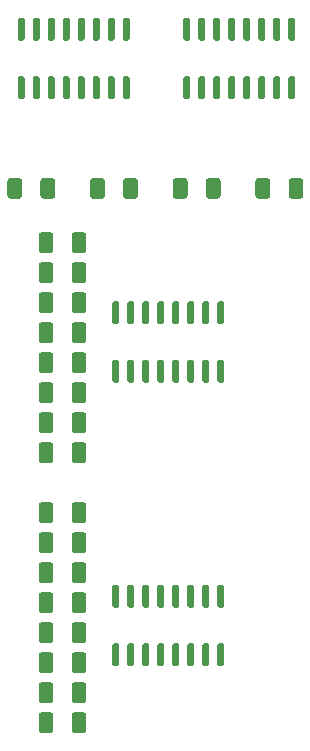
<source format=gbr>
%TF.GenerationSoftware,KiCad,Pcbnew,(5.1.6)-1*%
%TF.CreationDate,2021-02-15T17:49:45+00:00*%
%TF.ProjectId,p3module,70336d6f-6475-46c6-952e-6b696361645f,rev?*%
%TF.SameCoordinates,Original*%
%TF.FileFunction,Paste,Bot*%
%TF.FilePolarity,Positive*%
%FSLAX46Y46*%
G04 Gerber Fmt 4.6, Leading zero omitted, Abs format (unit mm)*
G04 Created by KiCad (PCBNEW (5.1.6)-1) date 2021-02-15 17:49:45*
%MOMM*%
%LPD*%
G01*
G04 APERTURE LIST*
G04 APERTURE END LIST*
%TO.C,U4*%
G36*
G01*
X52405000Y-87500000D02*
X52705000Y-87500000D01*
G75*
G02*
X52855000Y-87650000I0J-150000D01*
G01*
X52855000Y-89300000D01*
G75*
G02*
X52705000Y-89450000I-150000J0D01*
G01*
X52405000Y-89450000D01*
G75*
G02*
X52255000Y-89300000I0J150000D01*
G01*
X52255000Y-87650000D01*
G75*
G02*
X52405000Y-87500000I150000J0D01*
G01*
G37*
G36*
G01*
X53675000Y-87500000D02*
X53975000Y-87500000D01*
G75*
G02*
X54125000Y-87650000I0J-150000D01*
G01*
X54125000Y-89300000D01*
G75*
G02*
X53975000Y-89450000I-150000J0D01*
G01*
X53675000Y-89450000D01*
G75*
G02*
X53525000Y-89300000I0J150000D01*
G01*
X53525000Y-87650000D01*
G75*
G02*
X53675000Y-87500000I150000J0D01*
G01*
G37*
G36*
G01*
X54945000Y-87500000D02*
X55245000Y-87500000D01*
G75*
G02*
X55395000Y-87650000I0J-150000D01*
G01*
X55395000Y-89300000D01*
G75*
G02*
X55245000Y-89450000I-150000J0D01*
G01*
X54945000Y-89450000D01*
G75*
G02*
X54795000Y-89300000I0J150000D01*
G01*
X54795000Y-87650000D01*
G75*
G02*
X54945000Y-87500000I150000J0D01*
G01*
G37*
G36*
G01*
X56215000Y-87500000D02*
X56515000Y-87500000D01*
G75*
G02*
X56665000Y-87650000I0J-150000D01*
G01*
X56665000Y-89300000D01*
G75*
G02*
X56515000Y-89450000I-150000J0D01*
G01*
X56215000Y-89450000D01*
G75*
G02*
X56065000Y-89300000I0J150000D01*
G01*
X56065000Y-87650000D01*
G75*
G02*
X56215000Y-87500000I150000J0D01*
G01*
G37*
G36*
G01*
X57485000Y-87500000D02*
X57785000Y-87500000D01*
G75*
G02*
X57935000Y-87650000I0J-150000D01*
G01*
X57935000Y-89300000D01*
G75*
G02*
X57785000Y-89450000I-150000J0D01*
G01*
X57485000Y-89450000D01*
G75*
G02*
X57335000Y-89300000I0J150000D01*
G01*
X57335000Y-87650000D01*
G75*
G02*
X57485000Y-87500000I150000J0D01*
G01*
G37*
G36*
G01*
X58755000Y-87500000D02*
X59055000Y-87500000D01*
G75*
G02*
X59205000Y-87650000I0J-150000D01*
G01*
X59205000Y-89300000D01*
G75*
G02*
X59055000Y-89450000I-150000J0D01*
G01*
X58755000Y-89450000D01*
G75*
G02*
X58605000Y-89300000I0J150000D01*
G01*
X58605000Y-87650000D01*
G75*
G02*
X58755000Y-87500000I150000J0D01*
G01*
G37*
G36*
G01*
X60025000Y-87500000D02*
X60325000Y-87500000D01*
G75*
G02*
X60475000Y-87650000I0J-150000D01*
G01*
X60475000Y-89300000D01*
G75*
G02*
X60325000Y-89450000I-150000J0D01*
G01*
X60025000Y-89450000D01*
G75*
G02*
X59875000Y-89300000I0J150000D01*
G01*
X59875000Y-87650000D01*
G75*
G02*
X60025000Y-87500000I150000J0D01*
G01*
G37*
G36*
G01*
X61295000Y-87500000D02*
X61595000Y-87500000D01*
G75*
G02*
X61745000Y-87650000I0J-150000D01*
G01*
X61745000Y-89300000D01*
G75*
G02*
X61595000Y-89450000I-150000J0D01*
G01*
X61295000Y-89450000D01*
G75*
G02*
X61145000Y-89300000I0J150000D01*
G01*
X61145000Y-87650000D01*
G75*
G02*
X61295000Y-87500000I150000J0D01*
G01*
G37*
G36*
G01*
X61295000Y-82550000D02*
X61595000Y-82550000D01*
G75*
G02*
X61745000Y-82700000I0J-150000D01*
G01*
X61745000Y-84350000D01*
G75*
G02*
X61595000Y-84500000I-150000J0D01*
G01*
X61295000Y-84500000D01*
G75*
G02*
X61145000Y-84350000I0J150000D01*
G01*
X61145000Y-82700000D01*
G75*
G02*
X61295000Y-82550000I150000J0D01*
G01*
G37*
G36*
G01*
X60025000Y-82550000D02*
X60325000Y-82550000D01*
G75*
G02*
X60475000Y-82700000I0J-150000D01*
G01*
X60475000Y-84350000D01*
G75*
G02*
X60325000Y-84500000I-150000J0D01*
G01*
X60025000Y-84500000D01*
G75*
G02*
X59875000Y-84350000I0J150000D01*
G01*
X59875000Y-82700000D01*
G75*
G02*
X60025000Y-82550000I150000J0D01*
G01*
G37*
G36*
G01*
X58755000Y-82550000D02*
X59055000Y-82550000D01*
G75*
G02*
X59205000Y-82700000I0J-150000D01*
G01*
X59205000Y-84350000D01*
G75*
G02*
X59055000Y-84500000I-150000J0D01*
G01*
X58755000Y-84500000D01*
G75*
G02*
X58605000Y-84350000I0J150000D01*
G01*
X58605000Y-82700000D01*
G75*
G02*
X58755000Y-82550000I150000J0D01*
G01*
G37*
G36*
G01*
X57485000Y-82550000D02*
X57785000Y-82550000D01*
G75*
G02*
X57935000Y-82700000I0J-150000D01*
G01*
X57935000Y-84350000D01*
G75*
G02*
X57785000Y-84500000I-150000J0D01*
G01*
X57485000Y-84500000D01*
G75*
G02*
X57335000Y-84350000I0J150000D01*
G01*
X57335000Y-82700000D01*
G75*
G02*
X57485000Y-82550000I150000J0D01*
G01*
G37*
G36*
G01*
X56215000Y-82550000D02*
X56515000Y-82550000D01*
G75*
G02*
X56665000Y-82700000I0J-150000D01*
G01*
X56665000Y-84350000D01*
G75*
G02*
X56515000Y-84500000I-150000J0D01*
G01*
X56215000Y-84500000D01*
G75*
G02*
X56065000Y-84350000I0J150000D01*
G01*
X56065000Y-82700000D01*
G75*
G02*
X56215000Y-82550000I150000J0D01*
G01*
G37*
G36*
G01*
X54945000Y-82550000D02*
X55245000Y-82550000D01*
G75*
G02*
X55395000Y-82700000I0J-150000D01*
G01*
X55395000Y-84350000D01*
G75*
G02*
X55245000Y-84500000I-150000J0D01*
G01*
X54945000Y-84500000D01*
G75*
G02*
X54795000Y-84350000I0J150000D01*
G01*
X54795000Y-82700000D01*
G75*
G02*
X54945000Y-82550000I150000J0D01*
G01*
G37*
G36*
G01*
X53675000Y-82550000D02*
X53975000Y-82550000D01*
G75*
G02*
X54125000Y-82700000I0J-150000D01*
G01*
X54125000Y-84350000D01*
G75*
G02*
X53975000Y-84500000I-150000J0D01*
G01*
X53675000Y-84500000D01*
G75*
G02*
X53525000Y-84350000I0J150000D01*
G01*
X53525000Y-82700000D01*
G75*
G02*
X53675000Y-82550000I150000J0D01*
G01*
G37*
G36*
G01*
X52405000Y-82550000D02*
X52705000Y-82550000D01*
G75*
G02*
X52855000Y-82700000I0J-150000D01*
G01*
X52855000Y-84350000D01*
G75*
G02*
X52705000Y-84500000I-150000J0D01*
G01*
X52405000Y-84500000D01*
G75*
G02*
X52255000Y-84350000I0J150000D01*
G01*
X52255000Y-82700000D01*
G75*
G02*
X52405000Y-82550000I150000J0D01*
G01*
G37*
%TD*%
%TO.C,U3*%
G36*
G01*
X38405000Y-87500000D02*
X38705000Y-87500000D01*
G75*
G02*
X38855000Y-87650000I0J-150000D01*
G01*
X38855000Y-89300000D01*
G75*
G02*
X38705000Y-89450000I-150000J0D01*
G01*
X38405000Y-89450000D01*
G75*
G02*
X38255000Y-89300000I0J150000D01*
G01*
X38255000Y-87650000D01*
G75*
G02*
X38405000Y-87500000I150000J0D01*
G01*
G37*
G36*
G01*
X39675000Y-87500000D02*
X39975000Y-87500000D01*
G75*
G02*
X40125000Y-87650000I0J-150000D01*
G01*
X40125000Y-89300000D01*
G75*
G02*
X39975000Y-89450000I-150000J0D01*
G01*
X39675000Y-89450000D01*
G75*
G02*
X39525000Y-89300000I0J150000D01*
G01*
X39525000Y-87650000D01*
G75*
G02*
X39675000Y-87500000I150000J0D01*
G01*
G37*
G36*
G01*
X40945000Y-87500000D02*
X41245000Y-87500000D01*
G75*
G02*
X41395000Y-87650000I0J-150000D01*
G01*
X41395000Y-89300000D01*
G75*
G02*
X41245000Y-89450000I-150000J0D01*
G01*
X40945000Y-89450000D01*
G75*
G02*
X40795000Y-89300000I0J150000D01*
G01*
X40795000Y-87650000D01*
G75*
G02*
X40945000Y-87500000I150000J0D01*
G01*
G37*
G36*
G01*
X42215000Y-87500000D02*
X42515000Y-87500000D01*
G75*
G02*
X42665000Y-87650000I0J-150000D01*
G01*
X42665000Y-89300000D01*
G75*
G02*
X42515000Y-89450000I-150000J0D01*
G01*
X42215000Y-89450000D01*
G75*
G02*
X42065000Y-89300000I0J150000D01*
G01*
X42065000Y-87650000D01*
G75*
G02*
X42215000Y-87500000I150000J0D01*
G01*
G37*
G36*
G01*
X43485000Y-87500000D02*
X43785000Y-87500000D01*
G75*
G02*
X43935000Y-87650000I0J-150000D01*
G01*
X43935000Y-89300000D01*
G75*
G02*
X43785000Y-89450000I-150000J0D01*
G01*
X43485000Y-89450000D01*
G75*
G02*
X43335000Y-89300000I0J150000D01*
G01*
X43335000Y-87650000D01*
G75*
G02*
X43485000Y-87500000I150000J0D01*
G01*
G37*
G36*
G01*
X44755000Y-87500000D02*
X45055000Y-87500000D01*
G75*
G02*
X45205000Y-87650000I0J-150000D01*
G01*
X45205000Y-89300000D01*
G75*
G02*
X45055000Y-89450000I-150000J0D01*
G01*
X44755000Y-89450000D01*
G75*
G02*
X44605000Y-89300000I0J150000D01*
G01*
X44605000Y-87650000D01*
G75*
G02*
X44755000Y-87500000I150000J0D01*
G01*
G37*
G36*
G01*
X46025000Y-87500000D02*
X46325000Y-87500000D01*
G75*
G02*
X46475000Y-87650000I0J-150000D01*
G01*
X46475000Y-89300000D01*
G75*
G02*
X46325000Y-89450000I-150000J0D01*
G01*
X46025000Y-89450000D01*
G75*
G02*
X45875000Y-89300000I0J150000D01*
G01*
X45875000Y-87650000D01*
G75*
G02*
X46025000Y-87500000I150000J0D01*
G01*
G37*
G36*
G01*
X47295000Y-87500000D02*
X47595000Y-87500000D01*
G75*
G02*
X47745000Y-87650000I0J-150000D01*
G01*
X47745000Y-89300000D01*
G75*
G02*
X47595000Y-89450000I-150000J0D01*
G01*
X47295000Y-89450000D01*
G75*
G02*
X47145000Y-89300000I0J150000D01*
G01*
X47145000Y-87650000D01*
G75*
G02*
X47295000Y-87500000I150000J0D01*
G01*
G37*
G36*
G01*
X47295000Y-82550000D02*
X47595000Y-82550000D01*
G75*
G02*
X47745000Y-82700000I0J-150000D01*
G01*
X47745000Y-84350000D01*
G75*
G02*
X47595000Y-84500000I-150000J0D01*
G01*
X47295000Y-84500000D01*
G75*
G02*
X47145000Y-84350000I0J150000D01*
G01*
X47145000Y-82700000D01*
G75*
G02*
X47295000Y-82550000I150000J0D01*
G01*
G37*
G36*
G01*
X46025000Y-82550000D02*
X46325000Y-82550000D01*
G75*
G02*
X46475000Y-82700000I0J-150000D01*
G01*
X46475000Y-84350000D01*
G75*
G02*
X46325000Y-84500000I-150000J0D01*
G01*
X46025000Y-84500000D01*
G75*
G02*
X45875000Y-84350000I0J150000D01*
G01*
X45875000Y-82700000D01*
G75*
G02*
X46025000Y-82550000I150000J0D01*
G01*
G37*
G36*
G01*
X44755000Y-82550000D02*
X45055000Y-82550000D01*
G75*
G02*
X45205000Y-82700000I0J-150000D01*
G01*
X45205000Y-84350000D01*
G75*
G02*
X45055000Y-84500000I-150000J0D01*
G01*
X44755000Y-84500000D01*
G75*
G02*
X44605000Y-84350000I0J150000D01*
G01*
X44605000Y-82700000D01*
G75*
G02*
X44755000Y-82550000I150000J0D01*
G01*
G37*
G36*
G01*
X43485000Y-82550000D02*
X43785000Y-82550000D01*
G75*
G02*
X43935000Y-82700000I0J-150000D01*
G01*
X43935000Y-84350000D01*
G75*
G02*
X43785000Y-84500000I-150000J0D01*
G01*
X43485000Y-84500000D01*
G75*
G02*
X43335000Y-84350000I0J150000D01*
G01*
X43335000Y-82700000D01*
G75*
G02*
X43485000Y-82550000I150000J0D01*
G01*
G37*
G36*
G01*
X42215000Y-82550000D02*
X42515000Y-82550000D01*
G75*
G02*
X42665000Y-82700000I0J-150000D01*
G01*
X42665000Y-84350000D01*
G75*
G02*
X42515000Y-84500000I-150000J0D01*
G01*
X42215000Y-84500000D01*
G75*
G02*
X42065000Y-84350000I0J150000D01*
G01*
X42065000Y-82700000D01*
G75*
G02*
X42215000Y-82550000I150000J0D01*
G01*
G37*
G36*
G01*
X40945000Y-82550000D02*
X41245000Y-82550000D01*
G75*
G02*
X41395000Y-82700000I0J-150000D01*
G01*
X41395000Y-84350000D01*
G75*
G02*
X41245000Y-84500000I-150000J0D01*
G01*
X40945000Y-84500000D01*
G75*
G02*
X40795000Y-84350000I0J150000D01*
G01*
X40795000Y-82700000D01*
G75*
G02*
X40945000Y-82550000I150000J0D01*
G01*
G37*
G36*
G01*
X39675000Y-82550000D02*
X39975000Y-82550000D01*
G75*
G02*
X40125000Y-82700000I0J-150000D01*
G01*
X40125000Y-84350000D01*
G75*
G02*
X39975000Y-84500000I-150000J0D01*
G01*
X39675000Y-84500000D01*
G75*
G02*
X39525000Y-84350000I0J150000D01*
G01*
X39525000Y-82700000D01*
G75*
G02*
X39675000Y-82550000I150000J0D01*
G01*
G37*
G36*
G01*
X38405000Y-82550000D02*
X38705000Y-82550000D01*
G75*
G02*
X38855000Y-82700000I0J-150000D01*
G01*
X38855000Y-84350000D01*
G75*
G02*
X38705000Y-84500000I-150000J0D01*
G01*
X38405000Y-84500000D01*
G75*
G02*
X38255000Y-84350000I0J150000D01*
G01*
X38255000Y-82700000D01*
G75*
G02*
X38405000Y-82550000I150000J0D01*
G01*
G37*
%TD*%
%TO.C,U2*%
G36*
G01*
X55595000Y-108500000D02*
X55295000Y-108500000D01*
G75*
G02*
X55145000Y-108350000I0J150000D01*
G01*
X55145000Y-106700000D01*
G75*
G02*
X55295000Y-106550000I150000J0D01*
G01*
X55595000Y-106550000D01*
G75*
G02*
X55745000Y-106700000I0J-150000D01*
G01*
X55745000Y-108350000D01*
G75*
G02*
X55595000Y-108500000I-150000J0D01*
G01*
G37*
G36*
G01*
X54325000Y-108500000D02*
X54025000Y-108500000D01*
G75*
G02*
X53875000Y-108350000I0J150000D01*
G01*
X53875000Y-106700000D01*
G75*
G02*
X54025000Y-106550000I150000J0D01*
G01*
X54325000Y-106550000D01*
G75*
G02*
X54475000Y-106700000I0J-150000D01*
G01*
X54475000Y-108350000D01*
G75*
G02*
X54325000Y-108500000I-150000J0D01*
G01*
G37*
G36*
G01*
X53055000Y-108500000D02*
X52755000Y-108500000D01*
G75*
G02*
X52605000Y-108350000I0J150000D01*
G01*
X52605000Y-106700000D01*
G75*
G02*
X52755000Y-106550000I150000J0D01*
G01*
X53055000Y-106550000D01*
G75*
G02*
X53205000Y-106700000I0J-150000D01*
G01*
X53205000Y-108350000D01*
G75*
G02*
X53055000Y-108500000I-150000J0D01*
G01*
G37*
G36*
G01*
X51785000Y-108500000D02*
X51485000Y-108500000D01*
G75*
G02*
X51335000Y-108350000I0J150000D01*
G01*
X51335000Y-106700000D01*
G75*
G02*
X51485000Y-106550000I150000J0D01*
G01*
X51785000Y-106550000D01*
G75*
G02*
X51935000Y-106700000I0J-150000D01*
G01*
X51935000Y-108350000D01*
G75*
G02*
X51785000Y-108500000I-150000J0D01*
G01*
G37*
G36*
G01*
X50515000Y-108500000D02*
X50215000Y-108500000D01*
G75*
G02*
X50065000Y-108350000I0J150000D01*
G01*
X50065000Y-106700000D01*
G75*
G02*
X50215000Y-106550000I150000J0D01*
G01*
X50515000Y-106550000D01*
G75*
G02*
X50665000Y-106700000I0J-150000D01*
G01*
X50665000Y-108350000D01*
G75*
G02*
X50515000Y-108500000I-150000J0D01*
G01*
G37*
G36*
G01*
X49245000Y-108500000D02*
X48945000Y-108500000D01*
G75*
G02*
X48795000Y-108350000I0J150000D01*
G01*
X48795000Y-106700000D01*
G75*
G02*
X48945000Y-106550000I150000J0D01*
G01*
X49245000Y-106550000D01*
G75*
G02*
X49395000Y-106700000I0J-150000D01*
G01*
X49395000Y-108350000D01*
G75*
G02*
X49245000Y-108500000I-150000J0D01*
G01*
G37*
G36*
G01*
X47975000Y-108500000D02*
X47675000Y-108500000D01*
G75*
G02*
X47525000Y-108350000I0J150000D01*
G01*
X47525000Y-106700000D01*
G75*
G02*
X47675000Y-106550000I150000J0D01*
G01*
X47975000Y-106550000D01*
G75*
G02*
X48125000Y-106700000I0J-150000D01*
G01*
X48125000Y-108350000D01*
G75*
G02*
X47975000Y-108500000I-150000J0D01*
G01*
G37*
G36*
G01*
X46705000Y-108500000D02*
X46405000Y-108500000D01*
G75*
G02*
X46255000Y-108350000I0J150000D01*
G01*
X46255000Y-106700000D01*
G75*
G02*
X46405000Y-106550000I150000J0D01*
G01*
X46705000Y-106550000D01*
G75*
G02*
X46855000Y-106700000I0J-150000D01*
G01*
X46855000Y-108350000D01*
G75*
G02*
X46705000Y-108500000I-150000J0D01*
G01*
G37*
G36*
G01*
X46705000Y-113450000D02*
X46405000Y-113450000D01*
G75*
G02*
X46255000Y-113300000I0J150000D01*
G01*
X46255000Y-111650000D01*
G75*
G02*
X46405000Y-111500000I150000J0D01*
G01*
X46705000Y-111500000D01*
G75*
G02*
X46855000Y-111650000I0J-150000D01*
G01*
X46855000Y-113300000D01*
G75*
G02*
X46705000Y-113450000I-150000J0D01*
G01*
G37*
G36*
G01*
X47975000Y-113450000D02*
X47675000Y-113450000D01*
G75*
G02*
X47525000Y-113300000I0J150000D01*
G01*
X47525000Y-111650000D01*
G75*
G02*
X47675000Y-111500000I150000J0D01*
G01*
X47975000Y-111500000D01*
G75*
G02*
X48125000Y-111650000I0J-150000D01*
G01*
X48125000Y-113300000D01*
G75*
G02*
X47975000Y-113450000I-150000J0D01*
G01*
G37*
G36*
G01*
X49245000Y-113450000D02*
X48945000Y-113450000D01*
G75*
G02*
X48795000Y-113300000I0J150000D01*
G01*
X48795000Y-111650000D01*
G75*
G02*
X48945000Y-111500000I150000J0D01*
G01*
X49245000Y-111500000D01*
G75*
G02*
X49395000Y-111650000I0J-150000D01*
G01*
X49395000Y-113300000D01*
G75*
G02*
X49245000Y-113450000I-150000J0D01*
G01*
G37*
G36*
G01*
X50515000Y-113450000D02*
X50215000Y-113450000D01*
G75*
G02*
X50065000Y-113300000I0J150000D01*
G01*
X50065000Y-111650000D01*
G75*
G02*
X50215000Y-111500000I150000J0D01*
G01*
X50515000Y-111500000D01*
G75*
G02*
X50665000Y-111650000I0J-150000D01*
G01*
X50665000Y-113300000D01*
G75*
G02*
X50515000Y-113450000I-150000J0D01*
G01*
G37*
G36*
G01*
X51785000Y-113450000D02*
X51485000Y-113450000D01*
G75*
G02*
X51335000Y-113300000I0J150000D01*
G01*
X51335000Y-111650000D01*
G75*
G02*
X51485000Y-111500000I150000J0D01*
G01*
X51785000Y-111500000D01*
G75*
G02*
X51935000Y-111650000I0J-150000D01*
G01*
X51935000Y-113300000D01*
G75*
G02*
X51785000Y-113450000I-150000J0D01*
G01*
G37*
G36*
G01*
X53055000Y-113450000D02*
X52755000Y-113450000D01*
G75*
G02*
X52605000Y-113300000I0J150000D01*
G01*
X52605000Y-111650000D01*
G75*
G02*
X52755000Y-111500000I150000J0D01*
G01*
X53055000Y-111500000D01*
G75*
G02*
X53205000Y-111650000I0J-150000D01*
G01*
X53205000Y-113300000D01*
G75*
G02*
X53055000Y-113450000I-150000J0D01*
G01*
G37*
G36*
G01*
X54325000Y-113450000D02*
X54025000Y-113450000D01*
G75*
G02*
X53875000Y-113300000I0J150000D01*
G01*
X53875000Y-111650000D01*
G75*
G02*
X54025000Y-111500000I150000J0D01*
G01*
X54325000Y-111500000D01*
G75*
G02*
X54475000Y-111650000I0J-150000D01*
G01*
X54475000Y-113300000D01*
G75*
G02*
X54325000Y-113450000I-150000J0D01*
G01*
G37*
G36*
G01*
X55595000Y-113450000D02*
X55295000Y-113450000D01*
G75*
G02*
X55145000Y-113300000I0J150000D01*
G01*
X55145000Y-111650000D01*
G75*
G02*
X55295000Y-111500000I150000J0D01*
G01*
X55595000Y-111500000D01*
G75*
G02*
X55745000Y-111650000I0J-150000D01*
G01*
X55745000Y-113300000D01*
G75*
G02*
X55595000Y-113450000I-150000J0D01*
G01*
G37*
%TD*%
%TO.C,U1*%
G36*
G01*
X55595000Y-132500000D02*
X55295000Y-132500000D01*
G75*
G02*
X55145000Y-132350000I0J150000D01*
G01*
X55145000Y-130700000D01*
G75*
G02*
X55295000Y-130550000I150000J0D01*
G01*
X55595000Y-130550000D01*
G75*
G02*
X55745000Y-130700000I0J-150000D01*
G01*
X55745000Y-132350000D01*
G75*
G02*
X55595000Y-132500000I-150000J0D01*
G01*
G37*
G36*
G01*
X54325000Y-132500000D02*
X54025000Y-132500000D01*
G75*
G02*
X53875000Y-132350000I0J150000D01*
G01*
X53875000Y-130700000D01*
G75*
G02*
X54025000Y-130550000I150000J0D01*
G01*
X54325000Y-130550000D01*
G75*
G02*
X54475000Y-130700000I0J-150000D01*
G01*
X54475000Y-132350000D01*
G75*
G02*
X54325000Y-132500000I-150000J0D01*
G01*
G37*
G36*
G01*
X53055000Y-132500000D02*
X52755000Y-132500000D01*
G75*
G02*
X52605000Y-132350000I0J150000D01*
G01*
X52605000Y-130700000D01*
G75*
G02*
X52755000Y-130550000I150000J0D01*
G01*
X53055000Y-130550000D01*
G75*
G02*
X53205000Y-130700000I0J-150000D01*
G01*
X53205000Y-132350000D01*
G75*
G02*
X53055000Y-132500000I-150000J0D01*
G01*
G37*
G36*
G01*
X51785000Y-132500000D02*
X51485000Y-132500000D01*
G75*
G02*
X51335000Y-132350000I0J150000D01*
G01*
X51335000Y-130700000D01*
G75*
G02*
X51485000Y-130550000I150000J0D01*
G01*
X51785000Y-130550000D01*
G75*
G02*
X51935000Y-130700000I0J-150000D01*
G01*
X51935000Y-132350000D01*
G75*
G02*
X51785000Y-132500000I-150000J0D01*
G01*
G37*
G36*
G01*
X50515000Y-132500000D02*
X50215000Y-132500000D01*
G75*
G02*
X50065000Y-132350000I0J150000D01*
G01*
X50065000Y-130700000D01*
G75*
G02*
X50215000Y-130550000I150000J0D01*
G01*
X50515000Y-130550000D01*
G75*
G02*
X50665000Y-130700000I0J-150000D01*
G01*
X50665000Y-132350000D01*
G75*
G02*
X50515000Y-132500000I-150000J0D01*
G01*
G37*
G36*
G01*
X49245000Y-132500000D02*
X48945000Y-132500000D01*
G75*
G02*
X48795000Y-132350000I0J150000D01*
G01*
X48795000Y-130700000D01*
G75*
G02*
X48945000Y-130550000I150000J0D01*
G01*
X49245000Y-130550000D01*
G75*
G02*
X49395000Y-130700000I0J-150000D01*
G01*
X49395000Y-132350000D01*
G75*
G02*
X49245000Y-132500000I-150000J0D01*
G01*
G37*
G36*
G01*
X47975000Y-132500000D02*
X47675000Y-132500000D01*
G75*
G02*
X47525000Y-132350000I0J150000D01*
G01*
X47525000Y-130700000D01*
G75*
G02*
X47675000Y-130550000I150000J0D01*
G01*
X47975000Y-130550000D01*
G75*
G02*
X48125000Y-130700000I0J-150000D01*
G01*
X48125000Y-132350000D01*
G75*
G02*
X47975000Y-132500000I-150000J0D01*
G01*
G37*
G36*
G01*
X46705000Y-132500000D02*
X46405000Y-132500000D01*
G75*
G02*
X46255000Y-132350000I0J150000D01*
G01*
X46255000Y-130700000D01*
G75*
G02*
X46405000Y-130550000I150000J0D01*
G01*
X46705000Y-130550000D01*
G75*
G02*
X46855000Y-130700000I0J-150000D01*
G01*
X46855000Y-132350000D01*
G75*
G02*
X46705000Y-132500000I-150000J0D01*
G01*
G37*
G36*
G01*
X46705000Y-137450000D02*
X46405000Y-137450000D01*
G75*
G02*
X46255000Y-137300000I0J150000D01*
G01*
X46255000Y-135650000D01*
G75*
G02*
X46405000Y-135500000I150000J0D01*
G01*
X46705000Y-135500000D01*
G75*
G02*
X46855000Y-135650000I0J-150000D01*
G01*
X46855000Y-137300000D01*
G75*
G02*
X46705000Y-137450000I-150000J0D01*
G01*
G37*
G36*
G01*
X47975000Y-137450000D02*
X47675000Y-137450000D01*
G75*
G02*
X47525000Y-137300000I0J150000D01*
G01*
X47525000Y-135650000D01*
G75*
G02*
X47675000Y-135500000I150000J0D01*
G01*
X47975000Y-135500000D01*
G75*
G02*
X48125000Y-135650000I0J-150000D01*
G01*
X48125000Y-137300000D01*
G75*
G02*
X47975000Y-137450000I-150000J0D01*
G01*
G37*
G36*
G01*
X49245000Y-137450000D02*
X48945000Y-137450000D01*
G75*
G02*
X48795000Y-137300000I0J150000D01*
G01*
X48795000Y-135650000D01*
G75*
G02*
X48945000Y-135500000I150000J0D01*
G01*
X49245000Y-135500000D01*
G75*
G02*
X49395000Y-135650000I0J-150000D01*
G01*
X49395000Y-137300000D01*
G75*
G02*
X49245000Y-137450000I-150000J0D01*
G01*
G37*
G36*
G01*
X50515000Y-137450000D02*
X50215000Y-137450000D01*
G75*
G02*
X50065000Y-137300000I0J150000D01*
G01*
X50065000Y-135650000D01*
G75*
G02*
X50215000Y-135500000I150000J0D01*
G01*
X50515000Y-135500000D01*
G75*
G02*
X50665000Y-135650000I0J-150000D01*
G01*
X50665000Y-137300000D01*
G75*
G02*
X50515000Y-137450000I-150000J0D01*
G01*
G37*
G36*
G01*
X51785000Y-137450000D02*
X51485000Y-137450000D01*
G75*
G02*
X51335000Y-137300000I0J150000D01*
G01*
X51335000Y-135650000D01*
G75*
G02*
X51485000Y-135500000I150000J0D01*
G01*
X51785000Y-135500000D01*
G75*
G02*
X51935000Y-135650000I0J-150000D01*
G01*
X51935000Y-137300000D01*
G75*
G02*
X51785000Y-137450000I-150000J0D01*
G01*
G37*
G36*
G01*
X53055000Y-137450000D02*
X52755000Y-137450000D01*
G75*
G02*
X52605000Y-137300000I0J150000D01*
G01*
X52605000Y-135650000D01*
G75*
G02*
X52755000Y-135500000I150000J0D01*
G01*
X53055000Y-135500000D01*
G75*
G02*
X53205000Y-135650000I0J-150000D01*
G01*
X53205000Y-137300000D01*
G75*
G02*
X53055000Y-137450000I-150000J0D01*
G01*
G37*
G36*
G01*
X54325000Y-137450000D02*
X54025000Y-137450000D01*
G75*
G02*
X53875000Y-137300000I0J150000D01*
G01*
X53875000Y-135650000D01*
G75*
G02*
X54025000Y-135500000I150000J0D01*
G01*
X54325000Y-135500000D01*
G75*
G02*
X54475000Y-135650000I0J-150000D01*
G01*
X54475000Y-137300000D01*
G75*
G02*
X54325000Y-137450000I-150000J0D01*
G01*
G37*
G36*
G01*
X55595000Y-137450000D02*
X55295000Y-137450000D01*
G75*
G02*
X55145000Y-137300000I0J150000D01*
G01*
X55145000Y-135650000D01*
G75*
G02*
X55295000Y-135500000I150000J0D01*
G01*
X55595000Y-135500000D01*
G75*
G02*
X55745000Y-135650000I0J-150000D01*
G01*
X55745000Y-137300000D01*
G75*
G02*
X55595000Y-137450000I-150000J0D01*
G01*
G37*
%TD*%
%TO.C,R20*%
G36*
G01*
X59625000Y-96375000D02*
X59625000Y-97625000D01*
G75*
G02*
X59375000Y-97875000I-250000J0D01*
G01*
X58625000Y-97875000D01*
G75*
G02*
X58375000Y-97625000I0J250000D01*
G01*
X58375000Y-96375000D01*
G75*
G02*
X58625000Y-96125000I250000J0D01*
G01*
X59375000Y-96125000D01*
G75*
G02*
X59625000Y-96375000I0J-250000D01*
G01*
G37*
G36*
G01*
X62425000Y-96375000D02*
X62425000Y-97625000D01*
G75*
G02*
X62175000Y-97875000I-250000J0D01*
G01*
X61425000Y-97875000D01*
G75*
G02*
X61175000Y-97625000I0J250000D01*
G01*
X61175000Y-96375000D01*
G75*
G02*
X61425000Y-96125000I250000J0D01*
G01*
X62175000Y-96125000D01*
G75*
G02*
X62425000Y-96375000I0J-250000D01*
G01*
G37*
%TD*%
%TO.C,R19*%
G36*
G01*
X52625000Y-96375000D02*
X52625000Y-97625000D01*
G75*
G02*
X52375000Y-97875000I-250000J0D01*
G01*
X51625000Y-97875000D01*
G75*
G02*
X51375000Y-97625000I0J250000D01*
G01*
X51375000Y-96375000D01*
G75*
G02*
X51625000Y-96125000I250000J0D01*
G01*
X52375000Y-96125000D01*
G75*
G02*
X52625000Y-96375000I0J-250000D01*
G01*
G37*
G36*
G01*
X55425000Y-96375000D02*
X55425000Y-97625000D01*
G75*
G02*
X55175000Y-97875000I-250000J0D01*
G01*
X54425000Y-97875000D01*
G75*
G02*
X54175000Y-97625000I0J250000D01*
G01*
X54175000Y-96375000D01*
G75*
G02*
X54425000Y-96125000I250000J0D01*
G01*
X55175000Y-96125000D01*
G75*
G02*
X55425000Y-96375000I0J-250000D01*
G01*
G37*
%TD*%
%TO.C,R18*%
G36*
G01*
X45625000Y-96375000D02*
X45625000Y-97625000D01*
G75*
G02*
X45375000Y-97875000I-250000J0D01*
G01*
X44625000Y-97875000D01*
G75*
G02*
X44375000Y-97625000I0J250000D01*
G01*
X44375000Y-96375000D01*
G75*
G02*
X44625000Y-96125000I250000J0D01*
G01*
X45375000Y-96125000D01*
G75*
G02*
X45625000Y-96375000I0J-250000D01*
G01*
G37*
G36*
G01*
X48425000Y-96375000D02*
X48425000Y-97625000D01*
G75*
G02*
X48175000Y-97875000I-250000J0D01*
G01*
X47425000Y-97875000D01*
G75*
G02*
X47175000Y-97625000I0J250000D01*
G01*
X47175000Y-96375000D01*
G75*
G02*
X47425000Y-96125000I250000J0D01*
G01*
X48175000Y-96125000D01*
G75*
G02*
X48425000Y-96375000I0J-250000D01*
G01*
G37*
%TD*%
%TO.C,R17*%
G36*
G01*
X38625000Y-96375000D02*
X38625000Y-97625000D01*
G75*
G02*
X38375000Y-97875000I-250000J0D01*
G01*
X37625000Y-97875000D01*
G75*
G02*
X37375000Y-97625000I0J250000D01*
G01*
X37375000Y-96375000D01*
G75*
G02*
X37625000Y-96125000I250000J0D01*
G01*
X38375000Y-96125000D01*
G75*
G02*
X38625000Y-96375000I0J-250000D01*
G01*
G37*
G36*
G01*
X41425000Y-96375000D02*
X41425000Y-97625000D01*
G75*
G02*
X41175000Y-97875000I-250000J0D01*
G01*
X40425000Y-97875000D01*
G75*
G02*
X40175000Y-97625000I0J250000D01*
G01*
X40175000Y-96375000D01*
G75*
G02*
X40425000Y-96125000I250000J0D01*
G01*
X41175000Y-96125000D01*
G75*
G02*
X41425000Y-96375000I0J-250000D01*
G01*
G37*
%TD*%
%TO.C,R16*%
G36*
G01*
X42815000Y-120005000D02*
X42815000Y-118755000D01*
G75*
G02*
X43065000Y-118505000I250000J0D01*
G01*
X43815000Y-118505000D01*
G75*
G02*
X44065000Y-118755000I0J-250000D01*
G01*
X44065000Y-120005000D01*
G75*
G02*
X43815000Y-120255000I-250000J0D01*
G01*
X43065000Y-120255000D01*
G75*
G02*
X42815000Y-120005000I0J250000D01*
G01*
G37*
G36*
G01*
X40015000Y-120005000D02*
X40015000Y-118755000D01*
G75*
G02*
X40265000Y-118505000I250000J0D01*
G01*
X41015000Y-118505000D01*
G75*
G02*
X41265000Y-118755000I0J-250000D01*
G01*
X41265000Y-120005000D01*
G75*
G02*
X41015000Y-120255000I-250000J0D01*
G01*
X40265000Y-120255000D01*
G75*
G02*
X40015000Y-120005000I0J250000D01*
G01*
G37*
%TD*%
%TO.C,R15*%
G36*
G01*
X42815000Y-117465000D02*
X42815000Y-116215000D01*
G75*
G02*
X43065000Y-115965000I250000J0D01*
G01*
X43815000Y-115965000D01*
G75*
G02*
X44065000Y-116215000I0J-250000D01*
G01*
X44065000Y-117465000D01*
G75*
G02*
X43815000Y-117715000I-250000J0D01*
G01*
X43065000Y-117715000D01*
G75*
G02*
X42815000Y-117465000I0J250000D01*
G01*
G37*
G36*
G01*
X40015000Y-117465000D02*
X40015000Y-116215000D01*
G75*
G02*
X40265000Y-115965000I250000J0D01*
G01*
X41015000Y-115965000D01*
G75*
G02*
X41265000Y-116215000I0J-250000D01*
G01*
X41265000Y-117465000D01*
G75*
G02*
X41015000Y-117715000I-250000J0D01*
G01*
X40265000Y-117715000D01*
G75*
G02*
X40015000Y-117465000I0J250000D01*
G01*
G37*
%TD*%
%TO.C,R14*%
G36*
G01*
X42815000Y-114925000D02*
X42815000Y-113675000D01*
G75*
G02*
X43065000Y-113425000I250000J0D01*
G01*
X43815000Y-113425000D01*
G75*
G02*
X44065000Y-113675000I0J-250000D01*
G01*
X44065000Y-114925000D01*
G75*
G02*
X43815000Y-115175000I-250000J0D01*
G01*
X43065000Y-115175000D01*
G75*
G02*
X42815000Y-114925000I0J250000D01*
G01*
G37*
G36*
G01*
X40015000Y-114925000D02*
X40015000Y-113675000D01*
G75*
G02*
X40265000Y-113425000I250000J0D01*
G01*
X41015000Y-113425000D01*
G75*
G02*
X41265000Y-113675000I0J-250000D01*
G01*
X41265000Y-114925000D01*
G75*
G02*
X41015000Y-115175000I-250000J0D01*
G01*
X40265000Y-115175000D01*
G75*
G02*
X40015000Y-114925000I0J250000D01*
G01*
G37*
%TD*%
%TO.C,R13*%
G36*
G01*
X42815000Y-112385000D02*
X42815000Y-111135000D01*
G75*
G02*
X43065000Y-110885000I250000J0D01*
G01*
X43815000Y-110885000D01*
G75*
G02*
X44065000Y-111135000I0J-250000D01*
G01*
X44065000Y-112385000D01*
G75*
G02*
X43815000Y-112635000I-250000J0D01*
G01*
X43065000Y-112635000D01*
G75*
G02*
X42815000Y-112385000I0J250000D01*
G01*
G37*
G36*
G01*
X40015000Y-112385000D02*
X40015000Y-111135000D01*
G75*
G02*
X40265000Y-110885000I250000J0D01*
G01*
X41015000Y-110885000D01*
G75*
G02*
X41265000Y-111135000I0J-250000D01*
G01*
X41265000Y-112385000D01*
G75*
G02*
X41015000Y-112635000I-250000J0D01*
G01*
X40265000Y-112635000D01*
G75*
G02*
X40015000Y-112385000I0J250000D01*
G01*
G37*
%TD*%
%TO.C,R12*%
G36*
G01*
X42815000Y-109845000D02*
X42815000Y-108595000D01*
G75*
G02*
X43065000Y-108345000I250000J0D01*
G01*
X43815000Y-108345000D01*
G75*
G02*
X44065000Y-108595000I0J-250000D01*
G01*
X44065000Y-109845000D01*
G75*
G02*
X43815000Y-110095000I-250000J0D01*
G01*
X43065000Y-110095000D01*
G75*
G02*
X42815000Y-109845000I0J250000D01*
G01*
G37*
G36*
G01*
X40015000Y-109845000D02*
X40015000Y-108595000D01*
G75*
G02*
X40265000Y-108345000I250000J0D01*
G01*
X41015000Y-108345000D01*
G75*
G02*
X41265000Y-108595000I0J-250000D01*
G01*
X41265000Y-109845000D01*
G75*
G02*
X41015000Y-110095000I-250000J0D01*
G01*
X40265000Y-110095000D01*
G75*
G02*
X40015000Y-109845000I0J250000D01*
G01*
G37*
%TD*%
%TO.C,R11*%
G36*
G01*
X42815000Y-107305000D02*
X42815000Y-106055000D01*
G75*
G02*
X43065000Y-105805000I250000J0D01*
G01*
X43815000Y-105805000D01*
G75*
G02*
X44065000Y-106055000I0J-250000D01*
G01*
X44065000Y-107305000D01*
G75*
G02*
X43815000Y-107555000I-250000J0D01*
G01*
X43065000Y-107555000D01*
G75*
G02*
X42815000Y-107305000I0J250000D01*
G01*
G37*
G36*
G01*
X40015000Y-107305000D02*
X40015000Y-106055000D01*
G75*
G02*
X40265000Y-105805000I250000J0D01*
G01*
X41015000Y-105805000D01*
G75*
G02*
X41265000Y-106055000I0J-250000D01*
G01*
X41265000Y-107305000D01*
G75*
G02*
X41015000Y-107555000I-250000J0D01*
G01*
X40265000Y-107555000D01*
G75*
G02*
X40015000Y-107305000I0J250000D01*
G01*
G37*
%TD*%
%TO.C,R10*%
G36*
G01*
X42815000Y-104765000D02*
X42815000Y-103515000D01*
G75*
G02*
X43065000Y-103265000I250000J0D01*
G01*
X43815000Y-103265000D01*
G75*
G02*
X44065000Y-103515000I0J-250000D01*
G01*
X44065000Y-104765000D01*
G75*
G02*
X43815000Y-105015000I-250000J0D01*
G01*
X43065000Y-105015000D01*
G75*
G02*
X42815000Y-104765000I0J250000D01*
G01*
G37*
G36*
G01*
X40015000Y-104765000D02*
X40015000Y-103515000D01*
G75*
G02*
X40265000Y-103265000I250000J0D01*
G01*
X41015000Y-103265000D01*
G75*
G02*
X41265000Y-103515000I0J-250000D01*
G01*
X41265000Y-104765000D01*
G75*
G02*
X41015000Y-105015000I-250000J0D01*
G01*
X40265000Y-105015000D01*
G75*
G02*
X40015000Y-104765000I0J250000D01*
G01*
G37*
%TD*%
%TO.C,R9*%
G36*
G01*
X42815000Y-102225000D02*
X42815000Y-100975000D01*
G75*
G02*
X43065000Y-100725000I250000J0D01*
G01*
X43815000Y-100725000D01*
G75*
G02*
X44065000Y-100975000I0J-250000D01*
G01*
X44065000Y-102225000D01*
G75*
G02*
X43815000Y-102475000I-250000J0D01*
G01*
X43065000Y-102475000D01*
G75*
G02*
X42815000Y-102225000I0J250000D01*
G01*
G37*
G36*
G01*
X40015000Y-102225000D02*
X40015000Y-100975000D01*
G75*
G02*
X40265000Y-100725000I250000J0D01*
G01*
X41015000Y-100725000D01*
G75*
G02*
X41265000Y-100975000I0J-250000D01*
G01*
X41265000Y-102225000D01*
G75*
G02*
X41015000Y-102475000I-250000J0D01*
G01*
X40265000Y-102475000D01*
G75*
G02*
X40015000Y-102225000I0J250000D01*
G01*
G37*
%TD*%
%TO.C,R8*%
G36*
G01*
X42815000Y-142865000D02*
X42815000Y-141615000D01*
G75*
G02*
X43065000Y-141365000I250000J0D01*
G01*
X43815000Y-141365000D01*
G75*
G02*
X44065000Y-141615000I0J-250000D01*
G01*
X44065000Y-142865000D01*
G75*
G02*
X43815000Y-143115000I-250000J0D01*
G01*
X43065000Y-143115000D01*
G75*
G02*
X42815000Y-142865000I0J250000D01*
G01*
G37*
G36*
G01*
X40015000Y-142865000D02*
X40015000Y-141615000D01*
G75*
G02*
X40265000Y-141365000I250000J0D01*
G01*
X41015000Y-141365000D01*
G75*
G02*
X41265000Y-141615000I0J-250000D01*
G01*
X41265000Y-142865000D01*
G75*
G02*
X41015000Y-143115000I-250000J0D01*
G01*
X40265000Y-143115000D01*
G75*
G02*
X40015000Y-142865000I0J250000D01*
G01*
G37*
%TD*%
%TO.C,R7*%
G36*
G01*
X42815000Y-140325000D02*
X42815000Y-139075000D01*
G75*
G02*
X43065000Y-138825000I250000J0D01*
G01*
X43815000Y-138825000D01*
G75*
G02*
X44065000Y-139075000I0J-250000D01*
G01*
X44065000Y-140325000D01*
G75*
G02*
X43815000Y-140575000I-250000J0D01*
G01*
X43065000Y-140575000D01*
G75*
G02*
X42815000Y-140325000I0J250000D01*
G01*
G37*
G36*
G01*
X40015000Y-140325000D02*
X40015000Y-139075000D01*
G75*
G02*
X40265000Y-138825000I250000J0D01*
G01*
X41015000Y-138825000D01*
G75*
G02*
X41265000Y-139075000I0J-250000D01*
G01*
X41265000Y-140325000D01*
G75*
G02*
X41015000Y-140575000I-250000J0D01*
G01*
X40265000Y-140575000D01*
G75*
G02*
X40015000Y-140325000I0J250000D01*
G01*
G37*
%TD*%
%TO.C,R6*%
G36*
G01*
X42815000Y-137785000D02*
X42815000Y-136535000D01*
G75*
G02*
X43065000Y-136285000I250000J0D01*
G01*
X43815000Y-136285000D01*
G75*
G02*
X44065000Y-136535000I0J-250000D01*
G01*
X44065000Y-137785000D01*
G75*
G02*
X43815000Y-138035000I-250000J0D01*
G01*
X43065000Y-138035000D01*
G75*
G02*
X42815000Y-137785000I0J250000D01*
G01*
G37*
G36*
G01*
X40015000Y-137785000D02*
X40015000Y-136535000D01*
G75*
G02*
X40265000Y-136285000I250000J0D01*
G01*
X41015000Y-136285000D01*
G75*
G02*
X41265000Y-136535000I0J-250000D01*
G01*
X41265000Y-137785000D01*
G75*
G02*
X41015000Y-138035000I-250000J0D01*
G01*
X40265000Y-138035000D01*
G75*
G02*
X40015000Y-137785000I0J250000D01*
G01*
G37*
%TD*%
%TO.C,R5*%
G36*
G01*
X42815000Y-135245000D02*
X42815000Y-133995000D01*
G75*
G02*
X43065000Y-133745000I250000J0D01*
G01*
X43815000Y-133745000D01*
G75*
G02*
X44065000Y-133995000I0J-250000D01*
G01*
X44065000Y-135245000D01*
G75*
G02*
X43815000Y-135495000I-250000J0D01*
G01*
X43065000Y-135495000D01*
G75*
G02*
X42815000Y-135245000I0J250000D01*
G01*
G37*
G36*
G01*
X40015000Y-135245000D02*
X40015000Y-133995000D01*
G75*
G02*
X40265000Y-133745000I250000J0D01*
G01*
X41015000Y-133745000D01*
G75*
G02*
X41265000Y-133995000I0J-250000D01*
G01*
X41265000Y-135245000D01*
G75*
G02*
X41015000Y-135495000I-250000J0D01*
G01*
X40265000Y-135495000D01*
G75*
G02*
X40015000Y-135245000I0J250000D01*
G01*
G37*
%TD*%
%TO.C,R4*%
G36*
G01*
X42815000Y-132705000D02*
X42815000Y-131455000D01*
G75*
G02*
X43065000Y-131205000I250000J0D01*
G01*
X43815000Y-131205000D01*
G75*
G02*
X44065000Y-131455000I0J-250000D01*
G01*
X44065000Y-132705000D01*
G75*
G02*
X43815000Y-132955000I-250000J0D01*
G01*
X43065000Y-132955000D01*
G75*
G02*
X42815000Y-132705000I0J250000D01*
G01*
G37*
G36*
G01*
X40015000Y-132705000D02*
X40015000Y-131455000D01*
G75*
G02*
X40265000Y-131205000I250000J0D01*
G01*
X41015000Y-131205000D01*
G75*
G02*
X41265000Y-131455000I0J-250000D01*
G01*
X41265000Y-132705000D01*
G75*
G02*
X41015000Y-132955000I-250000J0D01*
G01*
X40265000Y-132955000D01*
G75*
G02*
X40015000Y-132705000I0J250000D01*
G01*
G37*
%TD*%
%TO.C,R3*%
G36*
G01*
X42815000Y-130165000D02*
X42815000Y-128915000D01*
G75*
G02*
X43065000Y-128665000I250000J0D01*
G01*
X43815000Y-128665000D01*
G75*
G02*
X44065000Y-128915000I0J-250000D01*
G01*
X44065000Y-130165000D01*
G75*
G02*
X43815000Y-130415000I-250000J0D01*
G01*
X43065000Y-130415000D01*
G75*
G02*
X42815000Y-130165000I0J250000D01*
G01*
G37*
G36*
G01*
X40015000Y-130165000D02*
X40015000Y-128915000D01*
G75*
G02*
X40265000Y-128665000I250000J0D01*
G01*
X41015000Y-128665000D01*
G75*
G02*
X41265000Y-128915000I0J-250000D01*
G01*
X41265000Y-130165000D01*
G75*
G02*
X41015000Y-130415000I-250000J0D01*
G01*
X40265000Y-130415000D01*
G75*
G02*
X40015000Y-130165000I0J250000D01*
G01*
G37*
%TD*%
%TO.C,R2*%
G36*
G01*
X42815000Y-127625000D02*
X42815000Y-126375000D01*
G75*
G02*
X43065000Y-126125000I250000J0D01*
G01*
X43815000Y-126125000D01*
G75*
G02*
X44065000Y-126375000I0J-250000D01*
G01*
X44065000Y-127625000D01*
G75*
G02*
X43815000Y-127875000I-250000J0D01*
G01*
X43065000Y-127875000D01*
G75*
G02*
X42815000Y-127625000I0J250000D01*
G01*
G37*
G36*
G01*
X40015000Y-127625000D02*
X40015000Y-126375000D01*
G75*
G02*
X40265000Y-126125000I250000J0D01*
G01*
X41015000Y-126125000D01*
G75*
G02*
X41265000Y-126375000I0J-250000D01*
G01*
X41265000Y-127625000D01*
G75*
G02*
X41015000Y-127875000I-250000J0D01*
G01*
X40265000Y-127875000D01*
G75*
G02*
X40015000Y-127625000I0J250000D01*
G01*
G37*
%TD*%
%TO.C,R1*%
G36*
G01*
X42815000Y-125085000D02*
X42815000Y-123835000D01*
G75*
G02*
X43065000Y-123585000I250000J0D01*
G01*
X43815000Y-123585000D01*
G75*
G02*
X44065000Y-123835000I0J-250000D01*
G01*
X44065000Y-125085000D01*
G75*
G02*
X43815000Y-125335000I-250000J0D01*
G01*
X43065000Y-125335000D01*
G75*
G02*
X42815000Y-125085000I0J250000D01*
G01*
G37*
G36*
G01*
X40015000Y-125085000D02*
X40015000Y-123835000D01*
G75*
G02*
X40265000Y-123585000I250000J0D01*
G01*
X41015000Y-123585000D01*
G75*
G02*
X41265000Y-123835000I0J-250000D01*
G01*
X41265000Y-125085000D01*
G75*
G02*
X41015000Y-125335000I-250000J0D01*
G01*
X40265000Y-125335000D01*
G75*
G02*
X40015000Y-125085000I0J250000D01*
G01*
G37*
%TD*%
M02*

</source>
